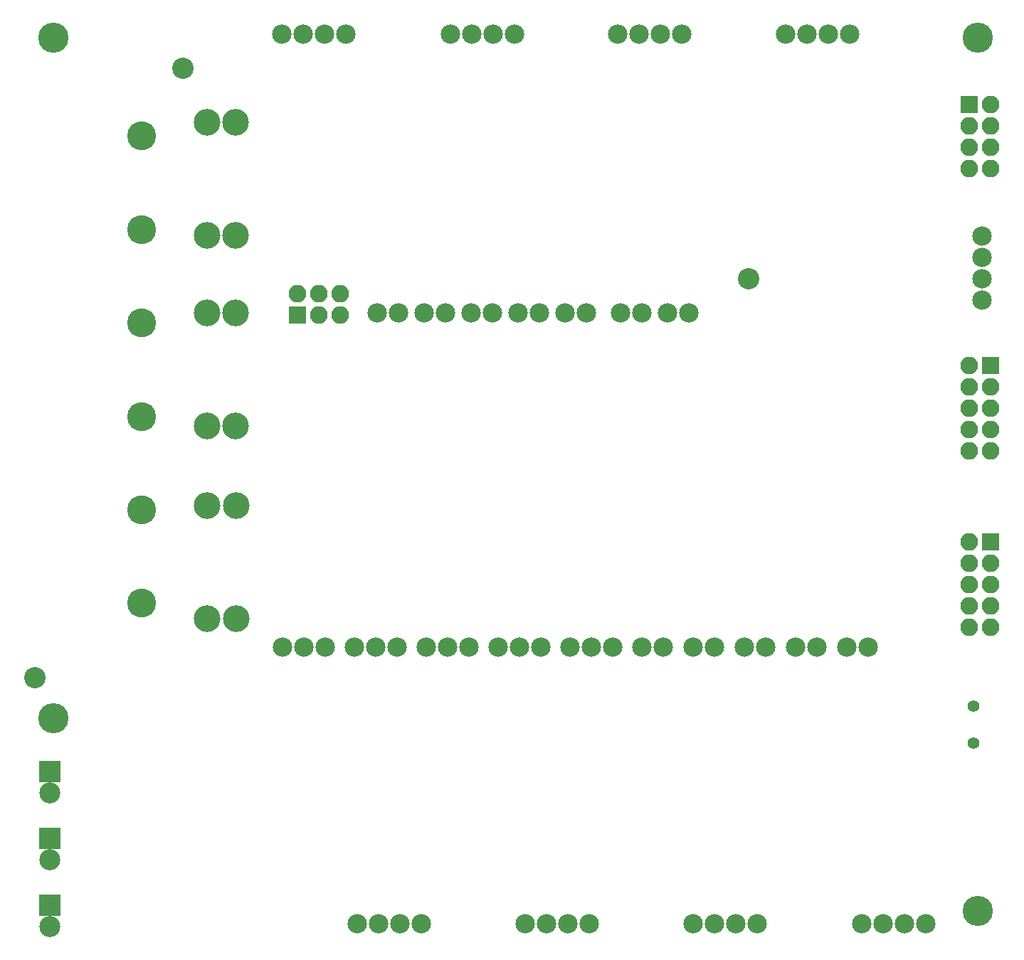
<source format=gbs>
G04 #@! TF.GenerationSoftware,KiCad,Pcbnew,(5.0.0)*
G04 #@! TF.CreationDate,2018-10-21T23:28:39-04:00*
G04 #@! TF.ProjectId,Voron_Klipper_Board,566F726F6E5F4B6C69707065725F426F,A*
G04 #@! TF.SameCoordinates,Original*
G04 #@! TF.FileFunction,Soldermask,Bot*
G04 #@! TF.FilePolarity,Negative*
%FSLAX46Y46*%
G04 Gerber Fmt 4.6, Leading zero omitted, Abs format (unit mm)*
G04 Created by KiCad (PCBNEW (5.0.0)) date 10/21/18 23:28:39*
%MOMM*%
%LPD*%
G01*
G04 APERTURE LIST*
%ADD10C,2.305000*%
%ADD11C,2.540000*%
%ADD12C,3.600000*%
%ADD13C,3.448000*%
%ADD14C,3.180000*%
%ADD15O,2.100000X2.100000*%
%ADD16R,2.100000X2.100000*%
%ADD17C,2.500000*%
%ADD18R,2.500000X2.500000*%
%ADD19C,1.400000*%
G04 APERTURE END LIST*
D10*
G04 #@! TO.C,J8*
X158810000Y-149500000D03*
X156270000Y-149500000D03*
X153730000Y-149500000D03*
X151190000Y-149500000D03*
G04 #@! TD*
G04 #@! TO.C,J17*
X190610000Y-76740000D03*
X188070000Y-76740000D03*
G04 #@! TD*
G04 #@! TO.C,J18*
X185028000Y-76740000D03*
X182488000Y-76740000D03*
G04 #@! TD*
G04 #@! TO.C,J13*
X178424000Y-76740000D03*
X175884000Y-76740000D03*
G04 #@! TD*
G04 #@! TO.C,J14*
X172836000Y-76740000D03*
X170296000Y-76740000D03*
G04 #@! TD*
G04 #@! TO.C,J15*
X167248000Y-76740000D03*
X164708000Y-76740000D03*
G04 #@! TD*
G04 #@! TO.C,J16*
X161660000Y-76740000D03*
X159120000Y-76740000D03*
G04 #@! TD*
G04 #@! TO.C,J19*
X156072000Y-76740000D03*
X153532000Y-76740000D03*
G04 #@! TD*
G04 #@! TO.C,J21*
X191130000Y-116500000D03*
X193670000Y-116500000D03*
G04 #@! TD*
G04 #@! TO.C,J22*
X197230000Y-116500000D03*
X199770000Y-116500000D03*
G04 #@! TD*
G04 #@! TO.C,J23*
X203340000Y-116500000D03*
X205880000Y-116500000D03*
G04 #@! TD*
G04 #@! TO.C,J24*
X209430000Y-116500000D03*
X211970000Y-116500000D03*
G04 #@! TD*
G04 #@! TO.C,J20*
X185030000Y-116500000D03*
X187570000Y-116500000D03*
G04 #@! TD*
G04 #@! TO.C,J33*
X181540000Y-116500000D03*
X176460000Y-116500000D03*
X179000000Y-116500000D03*
G04 #@! TD*
G04 #@! TO.C,J31*
X172990000Y-116500000D03*
X167910000Y-116500000D03*
X170450000Y-116500000D03*
G04 #@! TD*
G04 #@! TO.C,J32*
X164440000Y-116500000D03*
X159360000Y-116500000D03*
X161900000Y-116500000D03*
G04 #@! TD*
G04 #@! TO.C,J30*
X155890000Y-116500000D03*
X150810000Y-116500000D03*
X153350000Y-116500000D03*
G04 #@! TD*
G04 #@! TO.C,J29*
X147340000Y-116500000D03*
X142260000Y-116500000D03*
X144800000Y-116500000D03*
G04 #@! TD*
G04 #@! TO.C,J4*
X142190000Y-43500000D03*
X144730000Y-43500000D03*
X147270000Y-43500000D03*
X149810000Y-43500000D03*
G04 #@! TD*
G04 #@! TO.C,J5*
X162240000Y-43500000D03*
X164780000Y-43500000D03*
X167320000Y-43500000D03*
X169860000Y-43500000D03*
G04 #@! TD*
G04 #@! TO.C,J6*
X182190000Y-43500000D03*
X184730000Y-43500000D03*
X187270000Y-43500000D03*
X189810000Y-43500000D03*
G04 #@! TD*
G04 #@! TO.C,J7*
X202190000Y-43500000D03*
X204730000Y-43500000D03*
X207270000Y-43500000D03*
X209810000Y-43500000D03*
G04 #@! TD*
G04 #@! TO.C,J3*
X225525000Y-67570000D03*
X225525000Y-70110000D03*
X225525000Y-72650000D03*
X225525000Y-75190000D03*
G04 #@! TD*
G04 #@! TO.C,J11*
X218810000Y-149500000D03*
X216270000Y-149500000D03*
X213730000Y-149500000D03*
X211190000Y-149500000D03*
G04 #@! TD*
G04 #@! TO.C,J10*
X198750000Y-149500000D03*
X196210000Y-149500000D03*
X193670000Y-149500000D03*
X191130000Y-149500000D03*
G04 #@! TD*
G04 #@! TO.C,J9*
X178810000Y-149500000D03*
X176270000Y-149500000D03*
X173730000Y-149500000D03*
X171190000Y-149500000D03*
G04 #@! TD*
D11*
G04 #@! TO.C,FID1*
X130475000Y-47575000D03*
G04 #@! TD*
D12*
G04 #@! TO.C,MH4*
X115000000Y-125000000D03*
G04 #@! TD*
D11*
G04 #@! TO.C,FID3*
X112850000Y-120175000D03*
G04 #@! TD*
G04 #@! TO.C,FID2*
X197750000Y-72650000D03*
G04 #@! TD*
D13*
G04 #@! TO.C,J25*
X125500000Y-111313000D03*
X125500000Y-100187800D03*
X125500000Y-89062600D03*
X125500000Y-77937400D03*
X125500000Y-66812200D03*
X125500000Y-55687000D03*
G04 #@! TD*
D14*
G04 #@! TO.C,F3*
X133350000Y-113156000D03*
X136750000Y-113156000D03*
X133350000Y-99694000D03*
X136750000Y-99694000D03*
G04 #@! TD*
D15*
G04 #@! TO.C,J1*
X224010000Y-93160000D03*
X226550000Y-93160000D03*
X224010000Y-90620000D03*
X226550000Y-90620000D03*
X224010000Y-88080000D03*
X226550000Y-88080000D03*
X224010000Y-85540000D03*
X226550000Y-85540000D03*
X224010000Y-83000000D03*
D16*
X226550000Y-83000000D03*
G04 #@! TD*
D15*
G04 #@! TO.C,J2*
X224010000Y-114160000D03*
X226550000Y-114160000D03*
X224010000Y-111620000D03*
X226550000Y-111620000D03*
X224010000Y-109080000D03*
X226550000Y-109080000D03*
X224010000Y-106540000D03*
X226550000Y-106540000D03*
X224010000Y-104000000D03*
D16*
X226550000Y-104000000D03*
G04 #@! TD*
D15*
G04 #@! TO.C,J12*
X149130000Y-74410000D03*
X149130000Y-76950000D03*
X146590000Y-74410000D03*
X146590000Y-76950000D03*
X144050000Y-74410000D03*
D16*
X144050000Y-76950000D03*
G04 #@! TD*
D17*
G04 #@! TO.C,J27*
X114580000Y-133900000D03*
D18*
X114580000Y-131360000D03*
G04 #@! TD*
D17*
G04 #@! TO.C,J28*
X114580000Y-149806000D03*
D18*
X114580000Y-147266000D03*
G04 #@! TD*
D14*
G04 #@! TO.C,F1*
X133300000Y-67500000D03*
X136700000Y-67500000D03*
X133300000Y-54038000D03*
X136700000Y-54038000D03*
G04 #@! TD*
G04 #@! TO.C,F2*
X133300000Y-90231000D03*
X136700000Y-90231000D03*
X133300000Y-76769000D03*
X136700000Y-76769000D03*
G04 #@! TD*
D12*
G04 #@! TO.C,MH1*
X115000000Y-44000000D03*
G04 #@! TD*
G04 #@! TO.C,MH2*
X225000000Y-44000000D03*
G04 #@! TD*
G04 #@! TO.C,MH3*
X225000000Y-147975000D03*
G04 #@! TD*
D19*
G04 #@! TO.C,J34*
X224475000Y-123525000D03*
X224475000Y-127925000D03*
G04 #@! TD*
D15*
G04 #@! TO.C,J36*
X226525000Y-59520000D03*
X223985000Y-59520000D03*
X226525000Y-56980000D03*
X223985000Y-56980000D03*
X226525000Y-54440000D03*
X223985000Y-54440000D03*
X226525000Y-51900000D03*
D16*
X223985000Y-51900000D03*
G04 #@! TD*
D18*
G04 #@! TO.C,J26*
X114580000Y-139313000D03*
D17*
X114580000Y-141853000D03*
G04 #@! TD*
M02*

</source>
